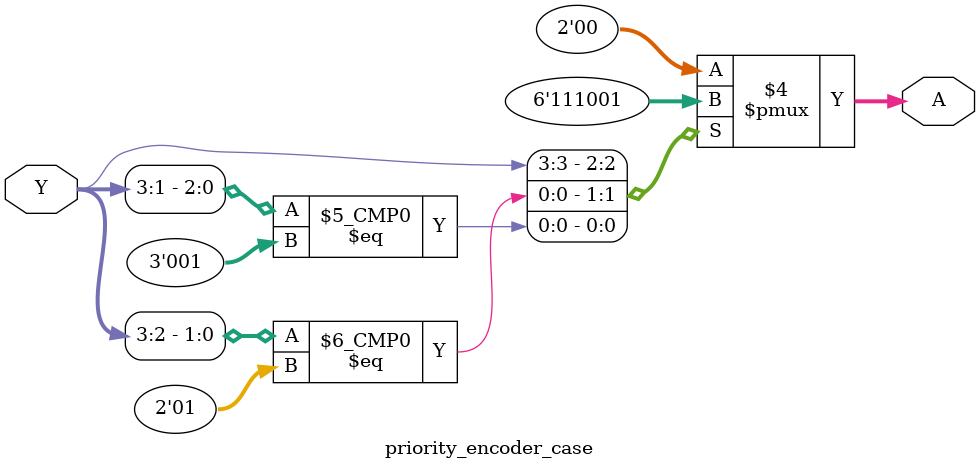
<source format=v>




module priority_encoder_case(
    input  [3:0] Y,       // Y = {Y3, Y2, Y1, Y0}
    output reg [1:0] A
);
    always @(*) begin
        casez (Y)
            4'b1???: A = 2'b11; // Y3 active
            4'b01??: A = 2'b10; // Y2 active
            4'b001?: A = 2'b01; // Y1 active
            4'b0001: A = 2'b00; // Y0 active
            default: A = 2'b00; // All 0
        endcase
    end
endmodule








</source>
